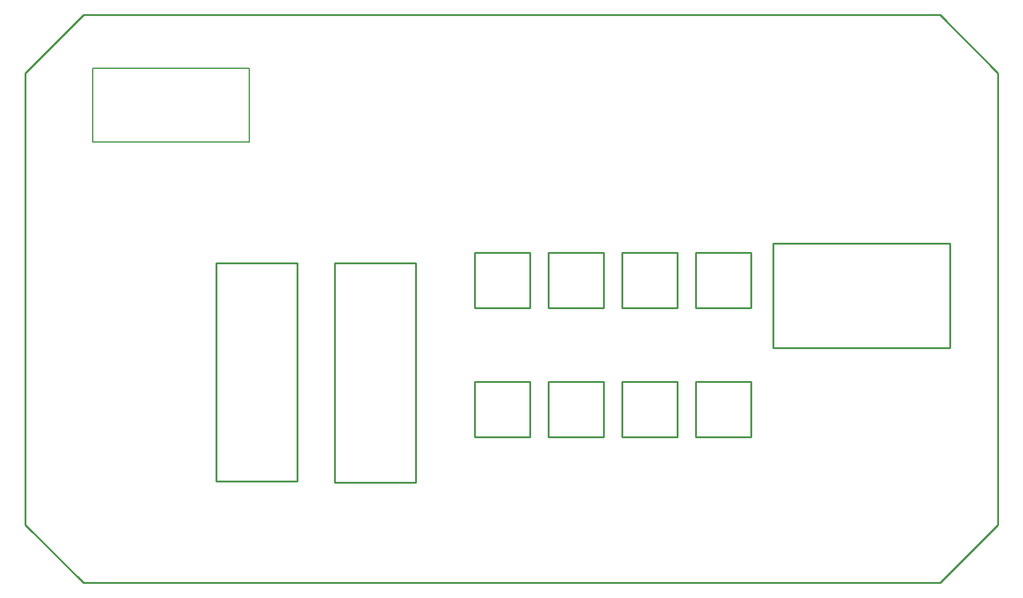
<source format=gbr>
%TF.GenerationSoftware,KiCad,Pcbnew,7.0.8*%
%TF.CreationDate,2025-03-15T15:27:24-04:00*%
%TF.ProjectId,dress panel,64726573-7320-4706-916e-656c2e6b6963,rev?*%
%TF.SameCoordinates,Original*%
%TF.FileFunction,Profile,NP*%
%FSLAX46Y46*%
G04 Gerber Fmt 4.6, Leading zero omitted, Abs format (unit mm)*
G04 Created by KiCad (PCBNEW 7.0.8) date 2025-03-15 15:27:24*
%MOMM*%
%LPD*%
G01*
G04 APERTURE LIST*
%TA.AperFunction,Profile*%
%ADD10C,0.254000*%
%TD*%
%TA.AperFunction,Profile*%
%ADD11C,0.127000*%
%TD*%
G04 APERTURE END LIST*
D10*
X92710000Y22860000D02*
X85090000Y22860000D01*
X56642000Y46863000D02*
X45466000Y46863000D01*
X136906000Y10795000D02*
X136906000Y73025000D01*
X95250000Y40640000D02*
X95250000Y48260000D01*
X40259000Y46863000D02*
X29083000Y46863000D01*
X72390000Y30480000D02*
X72390000Y22860000D01*
X74930000Y40640000D02*
X74930000Y48260000D01*
X128905000Y2794000D02*
X136906000Y10795000D01*
X74930000Y30480000D02*
X82550000Y30480000D01*
X72390000Y22860000D02*
X64770000Y22860000D01*
X40259000Y16764000D02*
X40259000Y46863000D01*
X95250000Y48260000D02*
X102870000Y48260000D01*
X92710000Y30480000D02*
X92710000Y22860000D01*
D11*
X33655000Y63500000D02*
X33655000Y73660000D01*
D10*
X136906000Y73025000D02*
X128905000Y81026000D01*
X64770000Y48260000D02*
X72390000Y48260000D01*
X130302000Y35179000D02*
X105918000Y35179000D01*
X102870000Y30480000D02*
X102870000Y22860000D01*
X56642000Y16637000D02*
X56642000Y46863000D01*
X85090000Y48260000D02*
X92710000Y48260000D01*
X102870000Y22860000D02*
X95250000Y22860000D01*
X82550000Y22860000D02*
X74930000Y22860000D01*
X29083000Y16764000D02*
X40259000Y16764000D01*
X74930000Y22860000D02*
X74930000Y30480000D01*
D11*
X33655000Y73660000D02*
X12065000Y73660000D01*
D10*
X102870000Y40640000D02*
X95250000Y40640000D01*
X82550000Y40640000D02*
X74930000Y40640000D01*
X74930000Y48260000D02*
X82550000Y48260000D01*
X2794000Y10795000D02*
X10795000Y2794000D01*
X45466000Y46863000D02*
X45466000Y16637000D01*
X95250000Y22860000D02*
X95250000Y30480000D01*
X64770000Y22860000D02*
X64770000Y30480000D01*
X92710000Y48260000D02*
X92710000Y40640000D01*
X95250000Y30480000D02*
X102870000Y30480000D01*
X85090000Y40640000D02*
X85090000Y48260000D01*
X105918000Y49530000D02*
X130302000Y49530000D01*
X82550000Y30480000D02*
X82550000Y22860000D01*
D11*
X12065000Y63500000D02*
X33655000Y63500000D01*
D10*
X2794000Y73025000D02*
X2794000Y10795000D01*
X64770000Y30480000D02*
X72390000Y30480000D01*
X29083000Y46863000D02*
X29083000Y16764000D01*
X10795000Y2794000D02*
X128905000Y2794000D01*
X102870000Y48260000D02*
X102870000Y40640000D01*
X85090000Y30480000D02*
X92710000Y30480000D01*
D11*
X12065000Y73660000D02*
X12065000Y63500000D01*
D10*
X10795000Y81026000D02*
X2794000Y73025000D01*
X72390000Y40640000D02*
X64770000Y40640000D01*
X128905000Y81026000D02*
X10795000Y81026000D01*
X85090000Y22860000D02*
X85090000Y30480000D01*
X45466000Y16637000D02*
X56642000Y16637000D01*
X105918000Y35179000D02*
X105918000Y49530000D01*
X92710000Y40640000D02*
X85090000Y40640000D01*
X64770000Y40640000D02*
X64770000Y48260000D01*
X72390000Y48260000D02*
X72390000Y40640000D01*
X82550000Y48260000D02*
X82550000Y40640000D01*
X130302000Y49530000D02*
X130302000Y35179000D01*
M02*

</source>
